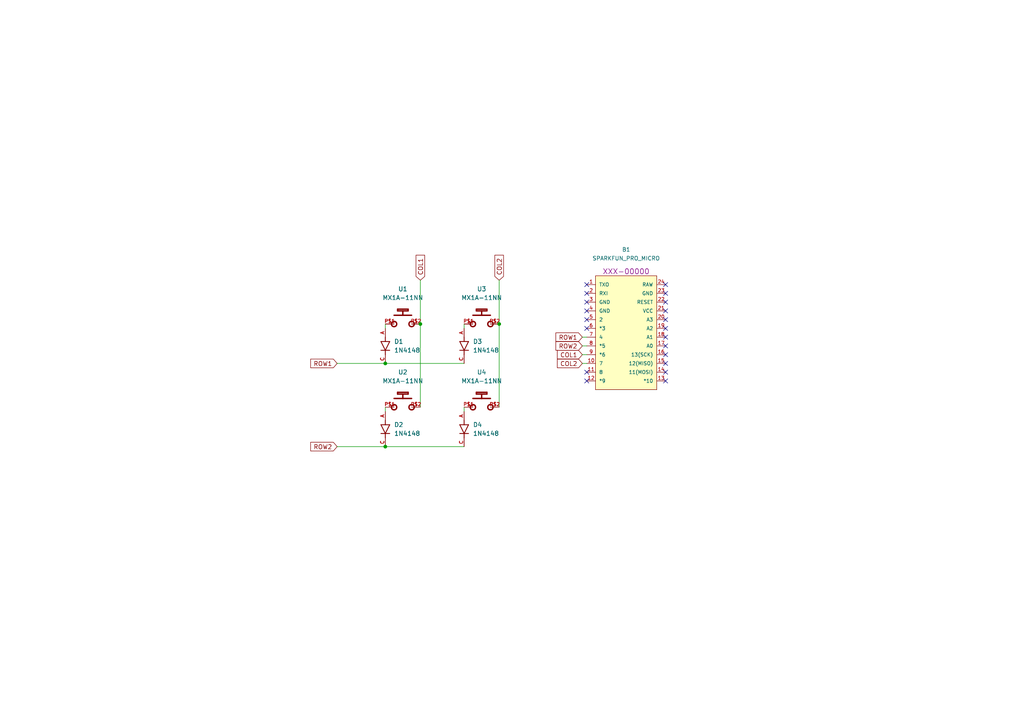
<source format=kicad_sch>
(kicad_sch (version 20211123) (generator eeschema)
  (paper "A4")
  (lib_symbols
    (symbol "1N4148:1N4148" (pin_names (offset 1.016))
      (property "Reference" "D" (at -3.8154 1.7551 0))
      (property "Value" "1N4148" (at -3.8173 -3.5883 0))
      (symbol "1N4148_0_0"
        (polyline (pts (xy -2.54 0) (xy -1.27 0)) (stroke (width 0.254)))
        (polyline (pts (xy -1.27 -1.27) (xy 1.27 0)) (stroke (width 0.254)))
        (polyline (pts (xy -1.27 0) (xy -1.27 -1.27)) (stroke (width 0.254)))
        (polyline (pts (xy -1.27 1.27) (xy -1.27 0)) (stroke (width 0.254)))
        (polyline (pts (xy 1.27 0) (xy -1.27 1.27)) (stroke (width 0.254)))
        (polyline (pts (xy 1.27 0) (xy 1.27 -1.27)) (stroke (width 0.254)))
        (polyline (pts (xy 1.27 0) (xy 2.54 0)) (stroke (width 0.254)))
        (polyline (pts (xy 1.27 1.27) (xy 1.27 0)) (stroke (width 0.254)))
        (pin passive line (at -5.08 0 0) (length 2.54) (name "~") (number "A"))
        (pin passive line (at 5.08 0 180) (length 2.54) (name "~") (number "C"))
      )
    )
    (symbol "MX1A-11NN:MX1A-11NN" (pin_names (offset 1.016))
      (property "Reference" "U" (at -4.445 -3.81 0))
      (property "Value" "MX1A-11NN" (at 0 0 0))
      (symbol "MX1A-11NN_0_0"
        (circle (center -2.54 0) (radius 0.762) (stroke (width 0.4064)))
        (polyline (pts (xy -2.54 2.54) (xy 0 2.54)) (stroke (width 0.4064)))
        (polyline (pts (xy -1.524 3.81) (xy -1.524 4.318)) (stroke (width 0.4064)))
        (polyline (pts (xy -1.524 4.318) (xy 1.524 4.318)) (stroke (width 0.4064)))
        (polyline (pts (xy 0 2.54) (xy 0 3.81)) (stroke (width 0.4064)))
        (polyline (pts (xy 0 3.81) (xy -1.524 3.81)) (stroke (width 0.4064)))
        (polyline (pts (xy 1.524 3.81) (xy 0.254 3.81)) (stroke (width 0.4064)))
        (polyline (pts (xy 1.524 4.318) (xy 1.524 3.81)) (stroke (width 0.4064)))
        (polyline (pts (xy 2.54 2.54) (xy 0 2.54)) (stroke (width 0.4064)))
        (circle (center 2.54 0) (radius 0.762) (stroke (width 0.4064)))
        (pin passive line (at -5.08 0 0) (length 2.54) (name "~") (number "P$1"))
        (pin passive line (at 5.08 0 180) (length 2.54) (name "~") (number "P$2"))
      )
    )
    (symbol "SparkFun-Boards:SPARKFUN_PRO_MICRO" (pin_names (offset 1.016))
      (property "Reference" "B" (at -8.89 17.78 0))
      (property "Value" "SPARKFUN_PRO_MICRO" (at -8.89 -19.05 0))
      (property "Field4" "XXX-00000" (at 0 21.59 0))
      (symbol "SPARKFUN_PRO_MICRO_1_1"
        (polyline (pts (xy -8.89 16.51) (xy -8.89 -16.51) (xy 8.89 -16.51) (xy 8.89 16.51) (xy -8.89 16.51)) (fill (type background)))
        (pin bidirectional line (at -11.43 13.97 0) (length 2.54) (name "TXO") (number "1"))
        (pin bidirectional line (at -11.43 -8.89 0) (length 2.54) (name "7") (number "10"))
        (pin bidirectional line (at -11.43 -11.43 0) (length 2.54) (name "8") (number "11"))
        (pin bidirectional line (at -11.43 -13.97 0) (length 2.54) (name "*9") (number "12"))
        (pin bidirectional line (at 11.43 -13.97 180) (length 2.54) (name "*10") (number "13"))
        (pin bidirectional line (at 11.43 -11.43 180) (length 2.54) (name "11(MOSI)") (number "14"))
        (pin bidirectional line (at 11.43 -8.89 180) (length 2.54) (name "12(MISO)") (number "15"))
        (pin bidirectional line (at 11.43 -6.35 180) (length 2.54) (name "13(SCK)") (number "16"))
        (pin bidirectional line (at 11.43 -3.81 180) (length 2.54) (name "A0") (number "17"))
        (pin bidirectional line (at 11.43 -1.27 180) (length 2.54) (name "A1") (number "18"))
        (pin bidirectional line (at 11.43 1.27 180) (length 2.54) (name "A2") (number "19"))
        (pin bidirectional line (at -11.43 11.43 0) (length 2.54) (name "RXI") (number "2"))
        (pin bidirectional line (at 11.43 3.81 180) (length 2.54) (name "A3") (number "20"))
        (pin power_in line (at 11.43 6.35 180) (length 2.54) (name "VCC") (number "21"))
        (pin bidirectional line (at 11.43 8.89 180) (length 2.54) (name "RESET") (number "22"))
        (pin power_in line (at 11.43 11.43 180) (length 2.54) (name "GND") (number "23"))
        (pin power_in line (at 11.43 13.97 180) (length 2.54) (name "RAW") (number "24"))
        (pin power_in line (at -11.43 8.89 0) (length 2.54) (name "GND") (number "3"))
        (pin power_in line (at -11.43 6.35 0) (length 2.54) (name "GND") (number "4"))
        (pin bidirectional line (at -11.43 3.81 0) (length 2.54) (name "2") (number "5"))
        (pin bidirectional line (at -11.43 1.27 0) (length 2.54) (name "*3") (number "6"))
        (pin bidirectional line (at -11.43 -1.27 0) (length 2.54) (name "4") (number "7"))
        (pin bidirectional line (at -11.43 -3.81 0) (length 2.54) (name "*5") (number "8"))
        (pin bidirectional line (at -11.43 -6.35 0) (length 2.54) (name "*6") (number "9"))
      )
    )
  )
  (junction (at 111.76 105.41))
  (junction (at 121.92 93.98))
  (junction (at 111.76 129.54))
  (junction (at 144.78 93.98))
  (no_connect (at 170.18 110.49))
  (no_connect (at 193.04 92.71))
  (no_connect (at 193.04 107.95))
  (no_connect (at 170.18 87.63))
  (no_connect (at 193.04 102.87))
  (no_connect (at 170.18 82.55))
  (no_connect (at 170.18 85.09))
  (no_connect (at 193.04 100.33))
  (no_connect (at 170.18 90.17))
  (no_connect (at 193.04 97.79))
  (no_connect (at 193.04 105.41))
  (no_connect (at 193.04 85.09))
  (no_connect (at 193.04 110.49))
  (no_connect (at 193.04 95.25))
  (no_connect (at 193.04 82.55))
  (no_connect (at 170.18 92.71))
  (no_connect (at 170.18 95.25))
  (no_connect (at 193.04 87.63))
  (no_connect (at 170.18 107.95))
  (no_connect (at 193.04 90.17))
  (wire (pts (xy 168.91 100.33) (xy 170.18 100.33)))
  (wire (pts (xy 111.76 118.11) (xy 111.76 119.38)))
  (wire (pts (xy 111.76 129.54) (xy 134.62 129.54)))
  (wire (pts (xy 134.62 93.98) (xy 134.62 95.25)))
  (wire (pts (xy 111.76 105.41) (xy 134.62 105.41)))
  (wire (pts (xy 168.91 105.41) (xy 170.18 105.41)))
  (wire (pts (xy 144.78 81.28) (xy 144.78 93.98)))
  (wire (pts (xy 121.92 81.28) (xy 121.92 93.98)))
  (wire (pts (xy 134.62 118.11) (xy 134.62 119.38)))
  (wire (pts (xy 168.91 102.87) (xy 170.18 102.87)))
  (wire (pts (xy 97.79 129.54) (xy 111.76 129.54)))
  (wire (pts (xy 168.91 97.79) (xy 170.18 97.79)))
  (wire (pts (xy 144.78 93.98) (xy 144.78 118.11)))
  (wire (pts (xy 97.79 105.41) (xy 111.76 105.41)))
  (wire (pts (xy 121.92 93.98) (xy 121.92 118.11)))
  (wire (pts (xy 111.76 93.98) (xy 111.76 95.25)))
  (global_label "COL2" (shape input) (at 144.78 81.28 90) (property "Intersheet References" "${INTERSHEET_REFS}" (effects hide)))
  (global_label "ROW1" (shape input) (at 168.91 97.79 180) (property "Intersheet References" "${INTERSHEET_REFS}" (effects hide)))
  (global_label "COL2" (shape input) (at 168.91 105.41 180) (property "Intersheet References" "${INTERSHEET_REFS}" (effects hide)))
  (global_label "ROW2" (shape input) (at 168.91 100.33 180) (property "Intersheet References" "${INTERSHEET_REFS}" (effects hide)))
  (global_label "ROW1" (shape input) (at 97.79 105.41 180) (property "Intersheet References" "${INTERSHEET_REFS}" (effects hide)))
  (global_label "COL1" (shape input) (at 121.92 81.28 90) (property "Intersheet References" "${INTERSHEET_REFS}" (effects hide)))
  (global_label "ROW2" (shape input) (at 97.79 129.54 180) (property "Intersheet References" "${INTERSHEET_REFS}" (effects hide)))
  (global_label "COL1" (shape input) (at 168.91 102.87 180) (property "Intersheet References" "${INTERSHEET_REFS}" (effects hide)))
  (symbol (lib_id "MX1A-11NN:MX1A-11NN") (at 139.7 118.11 0) (unit 1)
    (property "Reference" "U4" (at 139.7 107.95 0))
    (property "Value" "MX1A-11NN" (at 139.7 110.49 0))
    (property "Footprint" "MX1A-11NN:CHERRY_MX1A-11NN_SWITCH" (effects hide))
  )
  (symbol (lib_id "MX1A-11NN:MX1A-11NN") (at 139.7 93.98 0) (unit 1)
    (property "Reference" "U3" (at 139.7 83.82 0))
    (property "Value" "MX1A-11NN" (at 139.7 86.36 0))
    (property "Footprint" "MX1A-11NN:CHERRY_MX1A-11NN_SWITCH" (effects hide))
  )
  (symbol (lib_id "1N4148:1N4148") (at 134.62 124.46 270) (unit 1)
    (property "Reference" "D4" (at 137.16 123.1899 90) (effects (justify left)))
    (property "Value" "1N4148" (at 137.16 125.7299 90) (effects (justify left)))
    (property "Footprint" "1N4148:DIOAD829W49L456D191" (effects hide))
    (property "MF" "MICROSS/On Semiconductor" (effects hide))
    (property "DESCRIPTION" "Diode Small Signal Switching 100V 0.3A 2-Pin DO-35" (effects hide))
    (property "PACKAGE" "DO-35 Vishay" (effects hide))
    (property "PRICE" "None" (effects hide))
    (property "STANDARD" "IPC-7251" (effects hide))
    (property "MP" "1N4148" (effects hide))
    (property "AVAILABILITY" "Unavailable" (effects hide))
  )
  (symbol (lib_id "MX1A-11NN:MX1A-11NN") (at 116.84 118.11 0) (unit 1)
    (property "Reference" "U2" (at 116.84 107.95 0))
    (property "Value" "MX1A-11NN" (at 116.84 110.49 0))
    (property "Footprint" "MX1A-11NN:CHERRY_MX1A-11NN_SWITCH" (effects hide))
  )
  (symbol (lib_id "MX1A-11NN:MX1A-11NN") (at 116.84 93.98 0) (unit 1)
    (property "Reference" "U1" (at 116.84 83.82 0))
    (property "Value" "MX1A-11NN" (at 116.84 86.36 0))
    (property "Footprint" "MX1A-11NN:CHERRY_MX1A-11NN_SWITCH" (effects hide))
  )
  (symbol (lib_id "1N4148:1N4148") (at 111.76 100.33 270) (unit 1)
    (property "Reference" "D1" (at 114.3 99.0599 90) (effects (justify left)))
    (property "Value" "1N4148" (at 114.3 101.5999 90) (effects (justify left)))
    (property "Footprint" "1N4148:DIOAD829W49L456D191" (effects hide))
    (property "MF" "MICROSS/On Semiconductor" (effects hide))
    (property "DESCRIPTION" "Diode Small Signal Switching 100V 0.3A 2-Pin DO-35" (effects hide))
    (property "PACKAGE" "DO-35 Vishay" (effects hide))
    (property "PRICE" "None" (effects hide))
    (property "STANDARD" "IPC-7251" (effects hide))
    (property "MP" "1N4148" (effects hide))
    (property "AVAILABILITY" "Unavailable" (effects hide))
  )
  (symbol (lib_id "1N4148:1N4148") (at 111.76 124.46 270) (unit 1)
    (property "Reference" "D2" (at 114.3 123.1899 90) (effects (justify left)))
    (property "Value" "1N4148" (at 114.3 125.7299 90) (effects (justify left)))
    (property "Footprint" "1N4148:DIOAD829W49L456D191" (effects hide))
    (property "MF" "MICROSS/On Semiconductor" (effects hide))
    (property "DESCRIPTION" "Diode Small Signal Switching 100V 0.3A 2-Pin DO-35" (effects hide))
    (property "PACKAGE" "DO-35 Vishay" (effects hide))
    (property "PRICE" "None" (effects hide))
    (property "STANDARD" "IPC-7251" (effects hide))
    (property "MP" "1N4148" (effects hide))
    (property "AVAILABILITY" "Unavailable" (effects hide))
  )
  (symbol (lib_id "1N4148:1N4148") (at 134.62 100.33 270) (unit 1)
    (property "Reference" "D3" (at 137.16 99.0599 90) (effects (justify left)))
    (property "Value" "1N4148" (at 137.16 101.5999 90) (effects (justify left)))
    (property "Footprint" "1N4148:DIOAD829W49L456D191" (effects hide))
    (property "MF" "MICROSS/On Semiconductor" (effects hide))
    (property "DESCRIPTION" "Diode Small Signal Switching 100V 0.3A 2-Pin DO-35" (effects hide))
    (property "PACKAGE" "DO-35 Vishay" (effects hide))
    (property "PRICE" "None" (effects hide))
    (property "STANDARD" "IPC-7251" (effects hide))
    (property "MP" "1N4148" (effects hide))
    (property "AVAILABILITY" "Unavailable" (effects hide))
  )
  (symbol (lib_id "SparkFun-Boards:SPARKFUN_PRO_MICRO") (at 181.61 96.52 0) (unit 1)
    (property "Reference" "B1" (at 181.61 72.39 0) (effects (font (size 1.143 1.143))))
    (property "Value" "SPARKFUN_PRO_MICRO" (at 181.61 74.93 0) (effects (font (size 1.143 1.143))))
    (property "Footprint" "Boards:SPARKFUN_PRO_MICRO" (effects hide))
    (property "Field4" "XXX-00000" (at 181.61 78.74 0) (effects (font (size 1.524 1.524))))
  )
)
</source>
